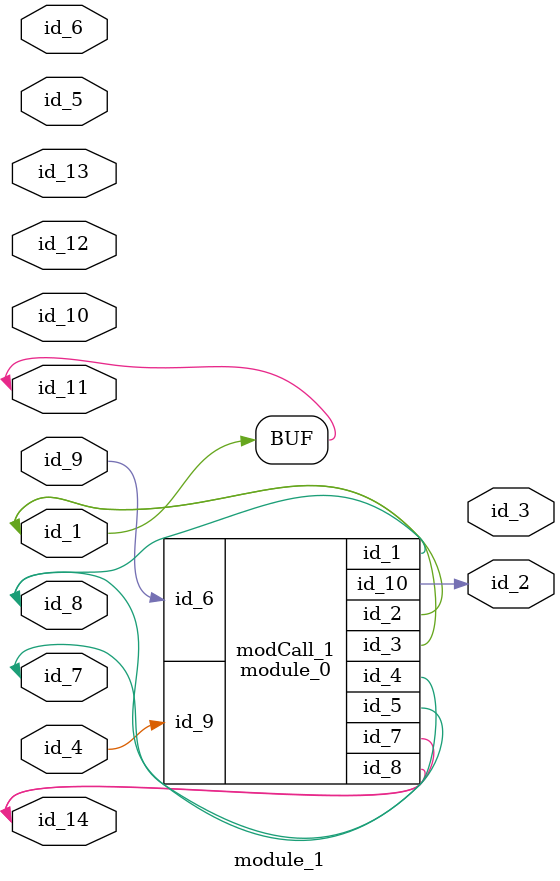
<source format=v>
module module_0 (
    id_1,
    id_2,
    id_3,
    id_4,
    id_5,
    id_6,
    id_7,
    id_8,
    id_9,
    id_10
);
  output wire id_10;
  input wire id_9;
  output wire id_8;
  inout wire id_7;
  input wire id_6;
  inout wire id_5;
  inout wire id_4;
  output wire id_3;
  inout wire id_2;
  output wire id_1;
  assign id_1 = id_5;
  wire id_11, id_12, id_13;
endmodule
module module_1 (
    id_1,
    id_2,
    id_3,
    id_4,
    id_5,
    id_6,
    id_7,
    id_8,
    id_9,
    id_10,
    id_11,
    id_12,
    id_13,
    id_14
);
  inout wire id_14;
  input wire id_13;
  inout wire id_12;
  inout wire id_11;
  input wire id_10;
  input wire id_9;
  inout wire id_8;
  inout wire id_7;
  input wire id_6;
  input wire id_5;
  inout wire id_4;
  output wire id_3;
  output wire id_2;
  inout wire id_1;
  assign id_11 = id_1;
  module_0 modCall_1 (
      id_8,
      id_11,
      id_1,
      id_7,
      id_8,
      id_9,
      id_14,
      id_14,
      id_4,
      id_2
  );
  wire id_15;
endmodule

</source>
